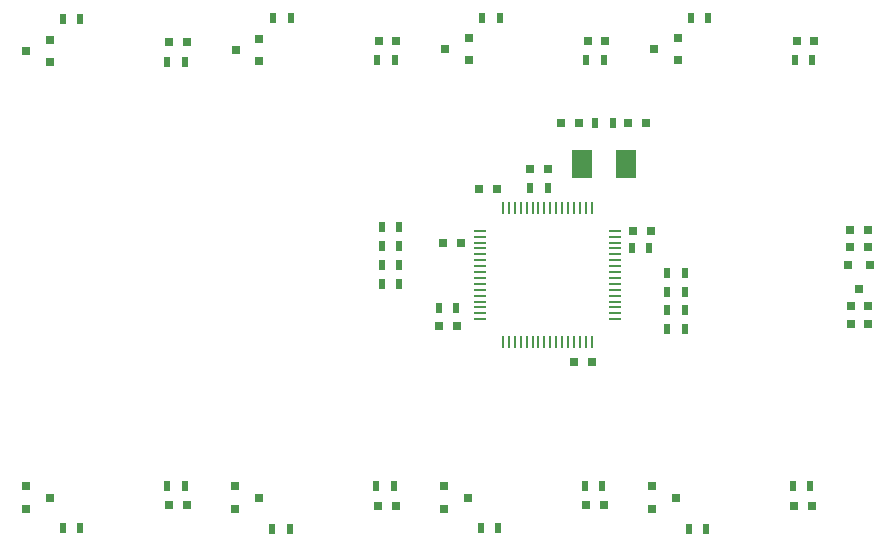
<source format=gbr>
G04 #@! TF.FileFunction,Paste,Top*
%FSLAX46Y46*%
G04 Gerber Fmt 4.6, Leading zero omitted, Abs format (unit mm)*
G04 Created by KiCad (PCBNEW 4.0.2-stable) date 2017年04月24日 星期一 06:29:02*
%MOMM*%
G01*
G04 APERTURE LIST*
%ADD10C,0.100000*%
%ADD11R,0.800000X0.750000*%
%ADD12R,0.800100X0.800100*%
%ADD13R,0.500000X0.900000*%
%ADD14R,0.250000X1.000000*%
%ADD15R,1.000000X0.250000*%
%ADD16R,1.700000X2.400000*%
G04 APERTURE END LIST*
D10*
D11*
X163125000Y-97925000D03*
X161625000Y-97925000D03*
X167275000Y-97925000D03*
X168775000Y-97925000D03*
X187600000Y-114975000D03*
X186100000Y-114975000D03*
X187600000Y-113475000D03*
X186100000Y-113475000D03*
X186050000Y-108475000D03*
X187550000Y-108475000D03*
X186050000Y-106975000D03*
X187550000Y-106975000D03*
X169200000Y-107075000D03*
X167700000Y-107075000D03*
X156175000Y-103525000D03*
X154675000Y-103525000D03*
X160475000Y-101825000D03*
X158975000Y-101825000D03*
X153125000Y-108075000D03*
X151625000Y-108075000D03*
X162675000Y-118150000D03*
X164175000Y-118150000D03*
X128400000Y-91125000D03*
X129900000Y-91125000D03*
X146151600Y-90995500D03*
X147651600Y-90995500D03*
X163850000Y-91000000D03*
X165350000Y-91000000D03*
X181525000Y-91000000D03*
X183025000Y-91000000D03*
X152750000Y-115150000D03*
X151250000Y-115150000D03*
X128400000Y-130325000D03*
X129900000Y-130325000D03*
X146075000Y-130350000D03*
X147575000Y-130350000D03*
X163725000Y-130325000D03*
X165225000Y-130325000D03*
X181350000Y-130350000D03*
X182850000Y-130350000D03*
D12*
X118292760Y-92832000D03*
X118292760Y-90932000D03*
X116293780Y-91882000D03*
X136039860Y-92732900D03*
X136039860Y-90832900D03*
X134040880Y-91782900D03*
X153775760Y-92650000D03*
X153775760Y-90750000D03*
X151776780Y-91700000D03*
X171450760Y-92650000D03*
X171450760Y-90750000D03*
X169451780Y-91700000D03*
X116299240Y-128725000D03*
X116299240Y-130625000D03*
X118298220Y-129675000D03*
X134024240Y-128725000D03*
X134024240Y-130625000D03*
X136023220Y-129675000D03*
X151674240Y-128725000D03*
X151674240Y-130625000D03*
X153673220Y-129675000D03*
X169299240Y-128725000D03*
X169299240Y-130625000D03*
X171298220Y-129675000D03*
D13*
X151225000Y-113650000D03*
X152725000Y-113650000D03*
X165950000Y-97925000D03*
X164450000Y-97925000D03*
X169075000Y-108575000D03*
X167575000Y-108575000D03*
X128243900Y-92775000D03*
X129743900Y-92775000D03*
X145998500Y-92633800D03*
X147498500Y-92633800D03*
X163700000Y-92625000D03*
X165200000Y-92625000D03*
X181375000Y-92625000D03*
X182875000Y-92625000D03*
X158975000Y-103450000D03*
X160475000Y-103450000D03*
X128250000Y-128700000D03*
X129750000Y-128700000D03*
X145925000Y-128725000D03*
X147425000Y-128725000D03*
X163575000Y-128700000D03*
X165075000Y-128700000D03*
X181200000Y-128725000D03*
X182700000Y-128725000D03*
X120900000Y-89176900D03*
X119400000Y-89176900D03*
X138684700Y-89065100D03*
X137184700Y-89065100D03*
X156400000Y-89050000D03*
X154900000Y-89050000D03*
X174050000Y-89050000D03*
X172550000Y-89050000D03*
X146400000Y-106775000D03*
X147900000Y-106775000D03*
X146400000Y-108375000D03*
X147900000Y-108375000D03*
X146400000Y-109975000D03*
X147900000Y-109975000D03*
X146400000Y-111575000D03*
X147900000Y-111575000D03*
X120900000Y-132275000D03*
X119400000Y-132275000D03*
X138625000Y-132300000D03*
X137125000Y-132300000D03*
X156275000Y-132275000D03*
X154775000Y-132275000D03*
X173900000Y-132300000D03*
X172400000Y-132300000D03*
X172100000Y-115425000D03*
X170600000Y-115425000D03*
X172100000Y-113825000D03*
X170600000Y-113825000D03*
X172100000Y-112225000D03*
X170600000Y-112225000D03*
X172100000Y-110625000D03*
X170600000Y-110625000D03*
D12*
X187775000Y-109974240D03*
X185875000Y-109974240D03*
X186825000Y-111973220D03*
D14*
X164175000Y-105125000D03*
X163675000Y-105125000D03*
X163175000Y-105125000D03*
X162675000Y-105125000D03*
X162175000Y-105125000D03*
X161675000Y-105125000D03*
X161175000Y-105125000D03*
X160675000Y-105125000D03*
X160175000Y-105125000D03*
X159675000Y-105125000D03*
X159175000Y-105125000D03*
X158675000Y-105125000D03*
X158175000Y-105125000D03*
X157675000Y-105125000D03*
X157175000Y-105125000D03*
X156675000Y-105125000D03*
D15*
X154725000Y-107075000D03*
X154725000Y-107575000D03*
X154725000Y-108075000D03*
X154725000Y-108575000D03*
X154725000Y-109075000D03*
X154725000Y-109575000D03*
X154725000Y-110075000D03*
X154725000Y-110575000D03*
X154725000Y-111075000D03*
X154725000Y-111575000D03*
X154725000Y-112075000D03*
X154725000Y-112575000D03*
X154725000Y-113075000D03*
X154725000Y-113575000D03*
X154725000Y-114075000D03*
X154725000Y-114575000D03*
D14*
X156675000Y-116525000D03*
X157175000Y-116525000D03*
X157675000Y-116525000D03*
X158175000Y-116525000D03*
X158675000Y-116525000D03*
X159175000Y-116525000D03*
X159675000Y-116525000D03*
X160175000Y-116525000D03*
X160675000Y-116525000D03*
X161175000Y-116525000D03*
X161675000Y-116525000D03*
X162175000Y-116525000D03*
X162675000Y-116525000D03*
X163175000Y-116525000D03*
X163675000Y-116525000D03*
X164175000Y-116525000D03*
D15*
X166125000Y-114575000D03*
X166125000Y-114075000D03*
X166125000Y-113575000D03*
X166125000Y-113075000D03*
X166125000Y-112575000D03*
X166125000Y-112075000D03*
X166125000Y-111575000D03*
X166125000Y-111075000D03*
X166125000Y-110575000D03*
X166125000Y-110075000D03*
X166125000Y-109575000D03*
X166125000Y-109075000D03*
X166125000Y-108575000D03*
X166125000Y-108075000D03*
X166125000Y-107575000D03*
X166125000Y-107075000D03*
D16*
X163350000Y-101450000D03*
X167050000Y-101450000D03*
M02*

</source>
